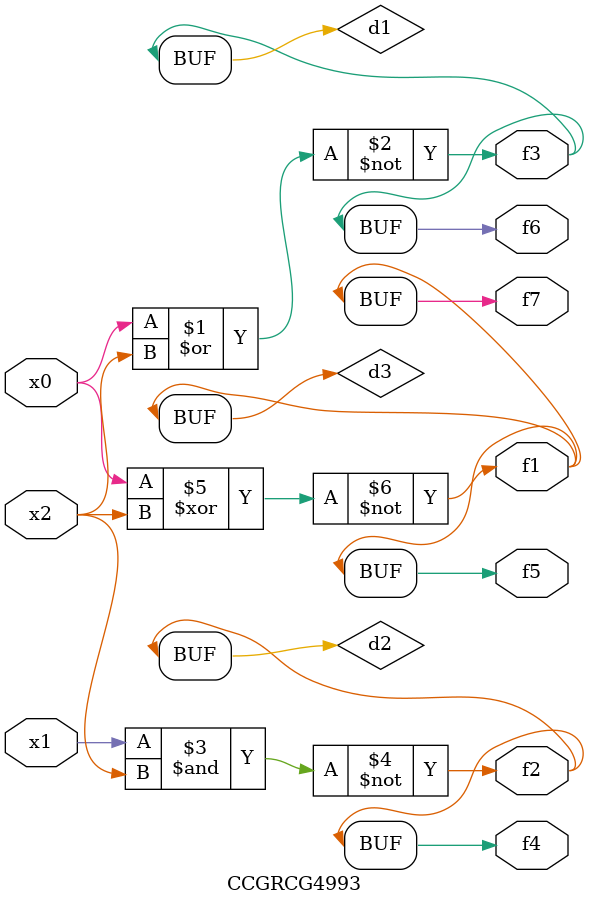
<source format=v>
module CCGRCG4993(
	input x0, x1, x2,
	output f1, f2, f3, f4, f5, f6, f7
);

	wire d1, d2, d3;

	nor (d1, x0, x2);
	nand (d2, x1, x2);
	xnor (d3, x0, x2);
	assign f1 = d3;
	assign f2 = d2;
	assign f3 = d1;
	assign f4 = d2;
	assign f5 = d3;
	assign f6 = d1;
	assign f7 = d3;
endmodule

</source>
